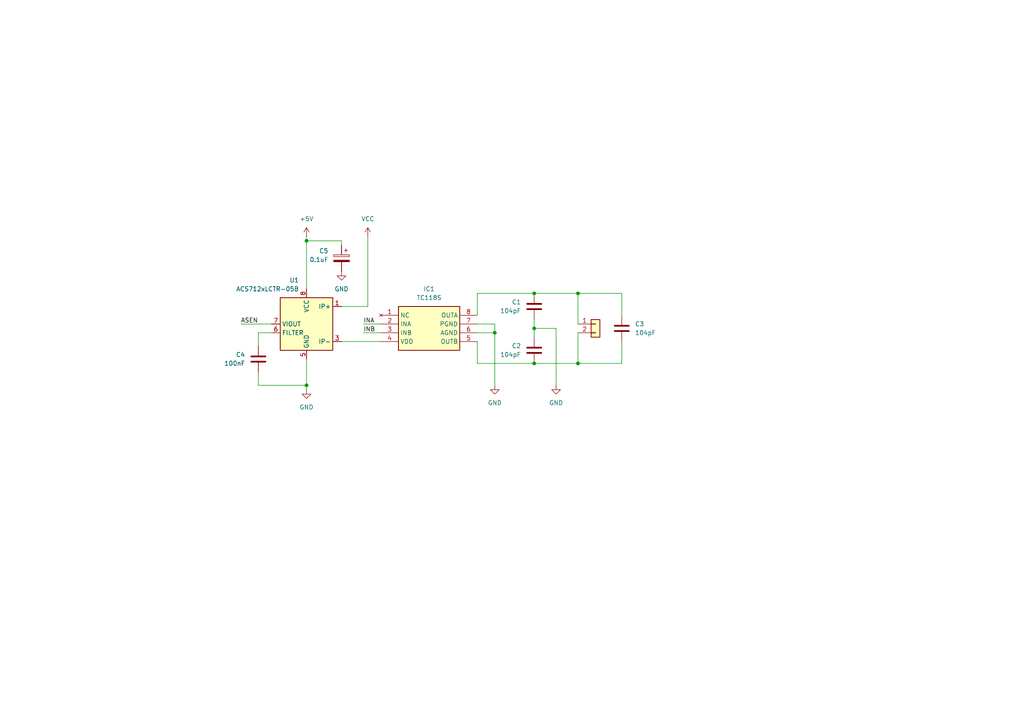
<source format=kicad_sch>
(kicad_sch (version 20231120) (generator "eeschema") (generator_version "8.0")
  (paper "A4")
  (lib_symbols
    (symbol "Connector_Generic:Conn_01x02" (pin_names (offset 1.016) hide)
      (property "Reference" "J" (at 0 2.54 0))
      (property "Value" "Conn_01x02" (at 0 -5.08 0))
      (symbol "Conn_01x02_1_1"
        (rectangle (start -1.27 -2.413) (end 0 -2.667) (stroke (width 0.1524)))
        (rectangle (start -1.27 0.127) (end 0 -0.127) (stroke (width 0.1524)))
        (rectangle (start -1.27 1.27) (end 1.27 -3.81) (stroke (width 0.254)) (fill (type background)))
        (pin passive line (at -5.08 0 0) (length 3.81) (name "Pin_1") (number "1"))
        (pin passive line (at -5.08 -2.54 0) (length 3.81) (name "Pin_2") (number "2"))
      )
    )
    (symbol "Device:C" (pin_numbers hide) (pin_names (offset 0.254))
      (property "Reference" "C" (at 0.635 2.54 0))
      (property "Value" "C" (at 0.635 -2.54 0))
      (symbol "C_0_1"
        (polyline (pts (xy -2.032 -0.762) (xy 2.032 -0.762)) (stroke (width 0.508)))
        (polyline (pts (xy -2.032 0.762) (xy 2.032 0.762)) (stroke (width 0.508)))
      )
      (symbol "C_1_1"
        (pin passive line (at 0 3.81 270) (length 2.794) (name "~") (number "1"))
        (pin passive line (at 0 -3.81 90) (length 2.794) (name "~") (number "2"))
      )
    )
    (symbol "Device:C_Polarized" (pin_numbers hide) (pin_names (offset 0.254))
      (property "Reference" "C" (at 0.635 2.54 0))
      (property "Value" "C_Polarized" (at 0.635 -2.54 0))
      (symbol "C_Polarized_0_1"
        (rectangle (start -2.286 0.508) (end 2.286 1.016))
        (polyline (pts (xy -1.778 2.286) (xy -0.762 2.286)))
        (polyline (pts (xy -1.27 2.794) (xy -1.27 1.778)))
        (rectangle (start 2.286 -0.508) (end -2.286 -1.016) (fill (type outline)))
      )
      (symbol "C_Polarized_1_1"
        (pin passive line (at 0 3.81 270) (length 2.794) (name "~") (number "1"))
        (pin passive line (at 0 -3.81 90) (length 2.794) (name "~") (number "2"))
      )
    )
    (symbol "Sensor_Current:ACS712xLCTR-05B"
      (property "Reference" "U" (at 2.54 11.43 0))
      (property "Value" "ACS712xLCTR-05B" (at 2.54 8.89 0))
      (symbol "ACS712xLCTR-05B_0_1"
        (rectangle (start -7.62 7.62) (end 7.62 -7.62) (stroke (width 0.254)) (fill (type background)))
      )
      (symbol "ACS712xLCTR-05B_1_1"
        (pin passive line (at -10.16 5.08 0) (length 2.54) (name "IP+") (number "1"))
        (pin passive line (at -10.16 5.08 0) (length 2.54) hide (name "IP+") (number "2"))
        (pin passive line (at -10.16 -5.08 0) (length 2.54) (name "IP-") (number "3"))
        (pin passive line (at -10.16 -5.08 0) (length 2.54) hide (name "IP-") (number "4"))
        (pin power_in line (at 0 -10.16 90) (length 2.54) (name "GND") (number "5"))
        (pin passive line (at 10.16 -2.54 180) (length 2.54) (name "FILTER") (number "6"))
        (pin output line (at 10.16 0 180) (length 2.54) (name "VIOUT") (number "7"))
        (pin power_in line (at 0 10.16 270) (length 2.54) (name "VCC") (number "8"))
      )
    )
    (symbol "TC118S:TC118S"
      (property "Reference" "IC" (at 24.13 7.62 0))
      (property "Value" "TC118S" (at 24.13 5.08 0))
      (symbol "TC118S_1_1"
        (rectangle (start 5.08 2.54) (end 22.86 -10.16) (stroke (width 0.254)) (fill (type background)))
        (pin no_connect line (at 0 0 0) (length 5.08) (name "NC") (number "1"))
        (pin passive line (at 0 -2.54 0) (length 5.08) (name "INA") (number "2"))
        (pin passive line (at 0 -5.08 0) (length 5.08) (name "INB") (number "3"))
        (pin passive line (at 0 -7.62 0) (length 5.08) (name "VDD") (number "4"))
        (pin passive line (at 27.94 -7.62 180) (length 5.08) (name "OUTB") (number "5"))
        (pin passive line (at 27.94 -5.08 180) (length 5.08) (name "AGND") (number "6"))
        (pin passive line (at 27.94 -2.54 180) (length 5.08) (name "PGND") (number "7"))
        (pin passive line (at 27.94 0 180) (length 5.08) (name "OUTA") (number "8"))
      )
    )
    (symbol "power:+5V" (power) (pin_numbers hide) (pin_names (offset 0) hide)
      (property "Value" "+5V" (at 0 3.556 0))
      (symbol "+5V_0_1"
        (polyline (pts (xy -0.762 1.27) (xy 0 2.54)))
        (polyline (pts (xy 0 0) (xy 0 2.54)))
        (polyline (pts (xy 0 2.54) (xy 0.762 1.27)))
      )
      (symbol "+5V_1_1"
        (pin power_in line (at 0 0 90) (length 0) (name "~") (number "1"))
      )
    )
    (symbol "power:GND" (power) (pin_numbers hide) (pin_names (offset 0) hide)
      (property "Value" "GND" (at 0 -3.81 0))
      (symbol "GND_0_1"
        (polyline (pts (xy 0 0) (xy 0 -1.27) (xy 1.27 -1.27) (xy 0 -2.54) (xy -1.27 -1.27) (xy 0 -1.27)))
      )
      (symbol "GND_1_1"
        (pin power_in line (at 0 0 270) (length 0) (name "~") (number "1"))
      )
    )
    (symbol "power:GNDA" (power) (pin_numbers hide) (pin_names (offset 0) hide)
      (property "Value" "GNDA" (at 0 -3.81 0))
      (symbol "GNDA_0_1"
        (polyline (pts (xy 0 0) (xy 0 -1.27) (xy 1.27 -1.27) (xy 0 -2.54) (xy -1.27 -1.27) (xy 0 -1.27)))
      )
      (symbol "GNDA_1_1"
        (pin power_in line (at 0 0 270) (length 0) (name "~") (number "1"))
      )
    )
    (symbol "power:VCC" (power) (pin_numbers hide) (pin_names (offset 0) hide)
      (property "Value" "VCC" (at 0 3.556 0))
      (symbol "VCC_0_1"
        (polyline (pts (xy -0.762 1.27) (xy 0 2.54)))
        (polyline (pts (xy 0 0) (xy 0 2.54)))
        (polyline (pts (xy 0 2.54) (xy 0.762 1.27)))
      )
      (symbol "VCC_1_1"
        (pin power_in line (at 0 0 90) (length 0) (name "~") (number "1"))
      )
    )
  )
  (junction (at 167.64 85.09))
  (junction (at 143.51 96.52))
  (junction (at 167.64 105.41))
  (junction (at 88.9 69.85))
  (junction (at 88.9 111.76))
  (junction (at 154.94 105.41))
  (junction (at 154.94 95.25))
  (junction (at 154.94 85.09))
  (wire (pts (xy 180.34 91.44) (xy 180.34 85.09)))
  (wire (pts (xy 88.9 104.14) (xy 88.9 111.76)))
  (wire (pts (xy 154.94 92.71) (xy 154.94 95.25)))
  (wire (pts (xy 69.85 93.98) (xy 78.74 93.98)))
  (wire (pts (xy 167.64 105.41) (xy 154.94 105.41)))
  (wire (pts (xy 138.43 105.41) (xy 154.94 105.41)))
  (wire (pts (xy 106.68 88.9) (xy 106.68 68.58)))
  (wire (pts (xy 74.93 96.52) (xy 74.93 100.33)))
  (wire (pts (xy 161.29 111.76) (xy 161.29 95.25)))
  (wire (pts (xy 138.43 96.52) (xy 143.51 96.52)))
  (wire (pts (xy 78.74 96.52) (xy 74.93 96.52)))
  (wire (pts (xy 143.51 93.98) (xy 143.51 96.52)))
  (wire (pts (xy 105.41 93.98) (xy 110.49 93.98)))
  (wire (pts (xy 143.51 96.52) (xy 143.51 111.76)))
  (wire (pts (xy 138.43 93.98) (xy 143.51 93.98)))
  (wire (pts (xy 138.43 85.09) (xy 138.43 91.44)))
  (wire (pts (xy 167.64 93.98) (xy 167.64 85.09)))
  (wire (pts (xy 88.9 111.76) (xy 88.9 113.03)))
  (wire (pts (xy 99.06 99.06) (xy 110.49 99.06)))
  (wire (pts (xy 99.06 71.12) (xy 99.06 69.85)))
  (wire (pts (xy 180.34 105.41) (xy 167.64 105.41)))
  (wire (pts (xy 167.64 96.52) (xy 167.64 105.41)))
  (wire (pts (xy 88.9 68.58) (xy 88.9 69.85)))
  (wire (pts (xy 74.93 111.76) (xy 88.9 111.76)))
  (wire (pts (xy 138.43 105.41) (xy 138.43 99.06)))
  (wire (pts (xy 74.93 107.95) (xy 74.93 111.76)))
  (wire (pts (xy 99.06 69.85) (xy 88.9 69.85)))
  (wire (pts (xy 138.43 85.09) (xy 154.94 85.09)))
  (wire (pts (xy 105.41 96.52) (xy 110.49 96.52)))
  (wire (pts (xy 99.06 88.9) (xy 106.68 88.9)))
  (wire (pts (xy 88.9 69.85) (xy 88.9 83.82)))
  (wire (pts (xy 180.34 85.09) (xy 167.64 85.09)))
  (wire (pts (xy 180.34 99.06) (xy 180.34 105.41)))
  (wire (pts (xy 167.64 85.09) (xy 154.94 85.09)))
  (wire (pts (xy 154.94 95.25) (xy 154.94 97.79)))
  (wire (pts (xy 161.29 95.25) (xy 154.94 95.25)))
  (label "INB" (at 105.41 96.52 0))
  (label "INA" (at 105.41 93.98 0))
  (label "ASEN" (at 69.85 93.98 0))
  (symbol (lib_id "Connector_Generic:Conn_01x02") (at 172.72 93.98 0) (unit 1)
    (property "Reference" "J1" (effects (hide yes)))
    (property "Value" "MotorConnection" (effects (hide yes)))
    (property "Footprint" "TerminalBlock:TerminalBlock_bornier-2_P5.08mm" (effects (hide yes)))
    (property "Description" "Generic connector, single row, 01x02, script generated (kicad-library-utils/schlib/autogen/connector/)" (effects (hide yes)))
  )
  (symbol (lib_id "Sensor_Current:ACS712xLCTR-05B") (at 88.9 93.98 0) (mirror y) (unit 1)
    (property "Reference" "U1" (at 86.7059 81.28 0) (effects (justify left)))
    (property "Value" "ACS712xLCTR-05B" (at 86.7059 83.82 0) (effects (justify left)))
    (property "Footprint" "Package_SO:SOIC-8_3.9x4.9mm_P1.27mm" (effects (hide yes)))
    (property "Datasheet" "http://www.allegromicro.com/~/media/Files/Datasheets/ACS712-Datasheet.ashx?la=en" (effects (hide yes)))
    (property "Description" "±5A Bidirectional Hall-Effect Current Sensor, +5.0V supply, 185mV/A, SOIC-8" (effects (hide yes)))
  )
  (symbol (lib_id "power:GNDA") (at 143.51 111.76 0) (unit 1)
    (property "Reference" "#PWR01" (effects (hide yes)))
    (property "Value" "GND" (at 143.51 116.84 0))
    (property "Description" "Power symbol creates a global label with name \"GNDA\" , analog ground" (effects (hide yes)))
  )
  (symbol (lib_id "Device:C_Polarized") (at 99.06 74.93 0) (mirror y) (unit 1)
    (property "Reference" "C5" (at 95.25 72.7709 0) (effects (justify left)))
    (property "Value" "0.1uF" (at 95.25 75.3109 0) (effects (justify left)))
    (property "Footprint" "Capacitor_THT:CP_Radial_D4.0mm_P1.50mm" (effects (hide yes)))
    (property "Description" "Polarized capacitor" (effects (hide yes)))
  )
  (symbol (lib_id "Device:C") (at 74.93 104.14 0) (mirror y) (unit 1)
    (property "Reference" "C4" (at 71.12 102.8699 0) (effects (justify left)))
    (property "Value" "100nF" (at 71.12 105.4099 0) (effects (justify left)))
    (property "Footprint" "Capacitor_THT:C_Disc_D3.0mm_W2.0mm_P2.50mm" (effects (hide yes)))
    (property "Description" "Unpolarized capacitor" (effects (hide yes)))
  )
  (symbol (lib_id "power:VCC") (at 106.68 68.58 0) (unit 1)
    (property "Reference" "#PWR03" (effects (hide yes)))
    (property "Value" "VCC" (at 106.68 63.5 0))
    (property "Description" "Power symbol creates a global label with name \"VCC\"" (effects (hide yes)))
  )
  (symbol (lib_id "power:GNDA") (at 161.29 111.76 0) (unit 1)
    (property "Reference" "#PWR02" (effects (hide yes)))
    (property "Value" "GND" (at 161.29 116.84 0))
    (property "Description" "Power symbol creates a global label with name \"GNDA\" , analog ground" (effects (hide yes)))
  )
  (symbol (lib_id "TC118S:TC118S") (at 110.49 91.44 0) (unit 1)
    (property "Reference" "IC1" (at 124.46 83.82 0))
    (property "Value" "TC118S" (at 124.46 86.36 0))
    (property "Footprint" "SOIC127P600X155-8N" (effects (hide yes)))
    (property "Datasheet" "http://www.chipsourcetek.com/Uploads/file/TC118S.pdf" (effects (hide yes)))
    (property "Description" "SOP-8_150mil Motor Driver ICs" (effects (hide yes)))
    (property "Height" "1.55" (effects (hide yes)))
    (property "Manufacturer_Name" "Chipsee" (effects (hide yes)))
    (property "Manufacturer_Part_Number" "TC118S" (effects (hide yes)))
  )
  (symbol (lib_id "Device:C") (at 180.34 95.25 0) (unit 1)
    (property "Reference" "C3" (at 184.15 93.9799 0) (effects (justify left)))
    (property "Value" "104pF" (at 184.15 96.5199 0) (effects (justify left)))
    (property "Footprint" "Capacitor_THT:C_Disc_D3.0mm_W2.0mm_P2.50mm" (effects (hide yes)))
    (property "Description" "Unpolarized capacitor" (effects (hide yes)))
  )
  (symbol (lib_id "Device:C") (at 154.94 101.6 0) (mirror y) (unit 1)
    (property "Reference" "C2" (at 151.13 100.3299 0) (effects (justify left)))
    (property "Value" "104pF" (at 151.13 102.8699 0) (effects (justify left)))
    (property "Footprint" "Capacitor_THT:C_Disc_D3.0mm_W2.0mm_P2.50mm" (effects (hide yes)))
    (property "Description" "Unpolarized capacitor" (effects (hide yes)))
  )
  (symbol (lib_id "power:+5V") (at 88.9 68.58 0) (unit 1)
    (property "Reference" "#PWR06" (effects (hide yes)))
    (property "Value" "+5V" (at 88.9 63.5 0))
    (property "Description" "Power symbol creates a global label with name \"+5V\"" (effects (hide yes)))
  )
  (symbol (lib_id "Device:C") (at 154.94 88.9 0) (mirror y) (unit 1)
    (property "Reference" "C1" (at 151.13 87.6299 0) (effects (justify left)))
    (property "Value" "104pF" (at 151.13 90.1699 0) (effects (justify left)))
    (property "Footprint" "Capacitor_THT:C_Disc_D3.0mm_W2.0mm_P2.50mm" (effects (hide yes)))
    (property "Description" "Unpolarized capacitor" (effects (hide yes)))
  )
  (symbol (lib_id "power:GND") (at 88.9 113.03 0) (unit 1)
    (property "Reference" "#PWR05" (effects (hide yes)))
    (property "Value" "GND" (at 88.9 118.11 0))
    (property "Description" "Power symbol creates a global label with name \"GND\" , ground" (effects (hide yes)))
  )
  (symbol (lib_id "power:GND") (at 99.06 78.74 0) (mirror y) (unit 1)
    (property "Reference" "#PWR07" (effects (hide yes)))
    (property "Value" "GND" (at 99.06 83.82 0))
    (property "Description" "Power symbol creates a global label with name \"GND\" , ground" (effects (hide yes)))
  )
)
</source>
